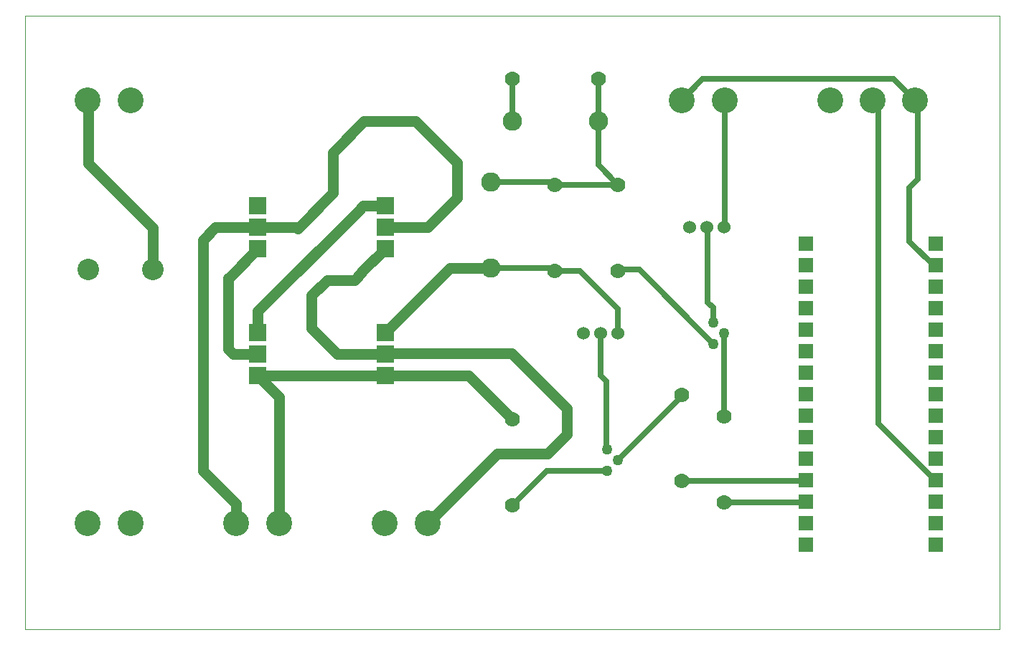
<source format=gbr>
G04 PROTEUS GERBER X2 FILE*
%TF.GenerationSoftware,Labcenter,Proteus,8.15-SP1-Build34318*%
%TF.CreationDate,2023-11-28T19:51:24+00:00*%
%TF.FileFunction,Copper,L2,Bot*%
%TF.FilePolarity,Positive*%
%TF.Part,Single*%
%TF.SameCoordinates,{4b54416f-b8ac-4c38-86d9-f2280a18938b}*%
%FSLAX45Y45*%
%MOMM*%
G01*
%TA.AperFunction,Conductor*%
%ADD11C,0.635000*%
%ADD10C,1.270000*%
%TA.AperFunction,ComponentPad*%
%ADD12C,3.048000*%
%TA.AperFunction,ComponentPad*%
%ADD13C,1.778000*%
%TA.AperFunction,ComponentPad*%
%ADD14C,1.270000*%
%ADD15C,1.524000*%
%TA.AperFunction,ComponentPad*%
%ADD16C,2.286000*%
%TA.AperFunction,ComponentPad*%
%ADD17R,2.032000X2.032000*%
%TA.AperFunction,ComponentPad*%
%ADD19R,1.778000X1.778000*%
%TA.AperFunction,ComponentPad*%
%ADD70C,2.540000*%
%TA.AperFunction,Profile*%
%ADD71C,0.101600*%
%TD.AperFunction*%
D11*
X+5000000Y+1750000D02*
X+5958500Y+1750000D01*
X+5962500Y+1754000D01*
X+4500000Y+2000000D02*
X+5954500Y+2000000D01*
X+5962500Y+2008000D01*
X+5000000Y+2766000D02*
X+5000000Y+3750000D01*
X+3750000Y+2250000D02*
X+4500000Y+3000000D01*
X+4500000Y+3016000D01*
X+3623000Y+2123000D02*
X+2905000Y+2123000D01*
X+2500000Y+1718000D01*
X+4873000Y+3877000D02*
X+4873000Y+4048386D01*
X+4809300Y+4112086D01*
X+4809300Y+4987500D01*
X+4796800Y+5000000D01*
X+4873000Y+3623000D02*
X+4000000Y+4496000D01*
X+4000000Y+4500000D01*
X+3766000Y+4500000D01*
X+3750000Y+4484000D01*
X+3750000Y+5500000D02*
X+3000000Y+5500000D01*
X+2250000Y+5532000D02*
X+2968000Y+5532000D01*
X+3000000Y+5500000D01*
X+2250000Y+4516000D02*
X+2968000Y+4516000D01*
X+3000000Y+4484000D01*
D10*
X+1000000Y+3754000D02*
X+1762000Y+4516000D01*
X+2250000Y+4516000D01*
X-500000Y+3246000D02*
X+1000000Y+3246000D01*
X+1988000Y+3246000D01*
X+2500000Y+2734000D01*
X-500000Y+3246000D02*
X-250000Y+2996000D01*
X-250000Y+1500000D01*
X+1000000Y+5254000D02*
X+743630Y+5254000D01*
X+678995Y+5189365D01*
X-500000Y+4010370D01*
X-500000Y+3754000D01*
X+1000000Y+4746000D02*
X+725874Y+4471874D01*
X+725874Y+4462275D01*
X+638519Y+4374920D01*
X+315979Y+4374920D01*
X+134551Y+4193492D01*
X+134551Y+3803756D01*
X+438307Y+3500000D01*
X+500000Y+3500000D01*
X+1000000Y+3500000D01*
X-500000Y+4996000D02*
X-43037Y+4996000D01*
X-33439Y+4986402D01*
X+383175Y+5403016D01*
X+383175Y+5806190D01*
X+383175Y+5883175D01*
X+750000Y+6250000D01*
X+1357194Y+6250000D01*
X+1848042Y+5759152D01*
X+1848042Y+5342539D01*
X+1505503Y+5000000D01*
X+1500000Y+5000000D01*
X+1000000Y+5000000D01*
X-758000Y+1500000D02*
X-758000Y+1732975D01*
X-1148888Y+2123863D01*
X-1148888Y+4744497D01*
X-1148888Y+4851112D01*
X-1000000Y+5000000D01*
X-996000Y+4996000D01*
X-500000Y+4996000D01*
X-500000Y+4742000D02*
X-840202Y+4401798D01*
X-853227Y+4401798D01*
X-853227Y+3561852D01*
X-791375Y+3500000D01*
X-500000Y+3500000D01*
X+1500000Y+1500000D02*
X+2325450Y+2325450D01*
X+2916455Y+2325450D01*
X+3144920Y+2553915D01*
X+3144920Y+2580794D01*
X+3144920Y+2856297D01*
X+3104603Y+2896614D01*
X+2493121Y+3508096D01*
X+2446084Y+3508096D01*
X+1008096Y+3508096D01*
X+1000000Y+3500000D01*
D11*
X+3750000Y+3750000D02*
X+3750000Y+4030239D01*
X+3725874Y+4054365D01*
X+3296239Y+4484000D01*
X+3000000Y+4484000D01*
X+3546800Y+3750000D02*
X+3546800Y+3245661D01*
X+3615000Y+3177461D01*
X+3615000Y+2385000D01*
X+3623000Y+2377000D01*
X+5008000Y+6500000D02*
X+5008000Y+5008000D01*
X+5000000Y+5000000D01*
D10*
X-1738000Y+4500000D02*
X-1738000Y+4988000D01*
X-2500000Y+5750000D01*
X-2500000Y+6492000D01*
X-2508000Y+6500000D01*
D11*
X+2500000Y+6750000D02*
X+2500000Y+6250000D01*
X+3516000Y+6750000D02*
X+3516000Y+6250000D01*
X+3516000Y+5734000D01*
X+3750000Y+5500000D01*
X+7500000Y+2008000D02*
X+7492000Y+2008000D01*
X+6824206Y+2675794D01*
X+6824206Y+2786508D01*
X+6824206Y+6425414D01*
X+6749620Y+6500000D01*
X+7250000Y+6500000D02*
X+7000000Y+6750000D01*
X+4750000Y+6750000D01*
X+4500000Y+6500000D01*
X+7500000Y+4548000D02*
X+7471682Y+4548000D01*
X+7187063Y+4832619D01*
X+7187063Y+5467618D01*
X+7287857Y+5568412D01*
X+7287857Y+6462143D01*
X+7250000Y+6500000D01*
D12*
X+7250000Y+6500000D03*
X+6749620Y+6500000D03*
X+6249240Y+6500000D03*
D13*
X+5000000Y+1750000D03*
X+5000000Y+2766000D03*
X+4500000Y+2000000D03*
X+4500000Y+3016000D03*
D14*
X+4873000Y+3623000D03*
X+5000000Y+3750000D03*
X+4873000Y+3877000D03*
X+3623000Y+2123000D03*
X+3750000Y+2250000D03*
X+3623000Y+2377000D03*
D15*
X+4593600Y+5000000D03*
X+4796800Y+5000000D03*
X+5000000Y+5000000D03*
D12*
X+4500000Y+6500000D03*
X+5008000Y+6500000D03*
D13*
X+3750000Y+5500000D03*
X+3750000Y+4484000D03*
X+2500000Y+6750000D03*
X+3516000Y+6750000D03*
D16*
X+3516000Y+6250000D03*
X+2500000Y+6250000D03*
D15*
X+3750000Y+3750000D03*
X+3546800Y+3750000D03*
X+3343600Y+3750000D03*
D13*
X+2500000Y+2734000D03*
X+2500000Y+1718000D03*
X+3000000Y+5500000D03*
X+3000000Y+4484000D03*
D16*
X+2250000Y+5532000D03*
X+2250000Y+4516000D03*
D17*
X+1000000Y+5254000D03*
X+1000000Y+5000000D03*
X+1000000Y+4746000D03*
X+1000000Y+3754000D03*
X+1000000Y+3500000D03*
X+1000000Y+3246000D03*
X-500000Y+5250000D03*
X-500000Y+4996000D03*
X-500000Y+4742000D03*
X-500000Y+3754000D03*
X-500000Y+3500000D03*
X-500000Y+3246000D03*
D12*
X-250000Y+1500000D03*
X-758000Y+1500000D03*
X+1500000Y+1500000D03*
X+992000Y+1500000D03*
X-2000000Y+1500000D03*
X-2508000Y+1500000D03*
D19*
X+7500000Y+1500000D03*
X+5962500Y+4040000D03*
X+5962500Y+4294000D03*
X+7500000Y+3786000D03*
X+7500000Y+1754000D03*
X+7500000Y+4548000D03*
X+5962500Y+2262000D03*
X+5962500Y+2008000D03*
X+5962500Y+1754000D03*
X+5962500Y+1500000D03*
X+5962500Y+1246000D03*
X+7500000Y+1246000D03*
X+7500000Y+2008000D03*
X+7500000Y+2262000D03*
X+7500000Y+2516000D03*
X+7500000Y+2770000D03*
X+7500000Y+3024000D03*
X+7500000Y+3278000D03*
X+5962500Y+4548000D03*
X+5962500Y+4802000D03*
X+5962500Y+3786000D03*
X+5962500Y+3532000D03*
X+5962500Y+3278000D03*
X+5962500Y+3024000D03*
X+5962500Y+2770000D03*
X+5962500Y+2516000D03*
X+7500000Y+4294000D03*
X+7500000Y+3532000D03*
X+7500000Y+4040000D03*
X+7500000Y+4802000D03*
D70*
X-1738000Y+4500000D03*
X-2500000Y+4500000D03*
D12*
X-2508000Y+6500000D03*
X-2000000Y+6500000D03*
D71*
X-3250000Y+250000D02*
X+8250000Y+250000D01*
X+8250000Y+7500000D01*
X-3250000Y+7500000D01*
X-3250000Y+250000D01*
M02*

</source>
